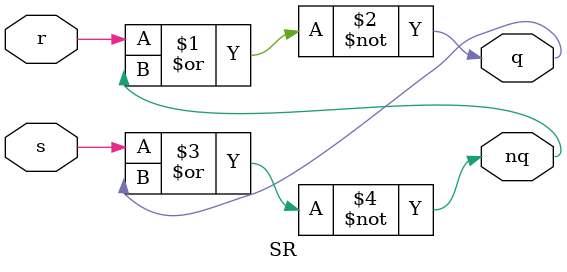
<source format=v>
module SR(input s, input r, output q, output nq);
	assign q = ~(r | nq);
	assign nq = ~(s | q);
endmodule

</source>
